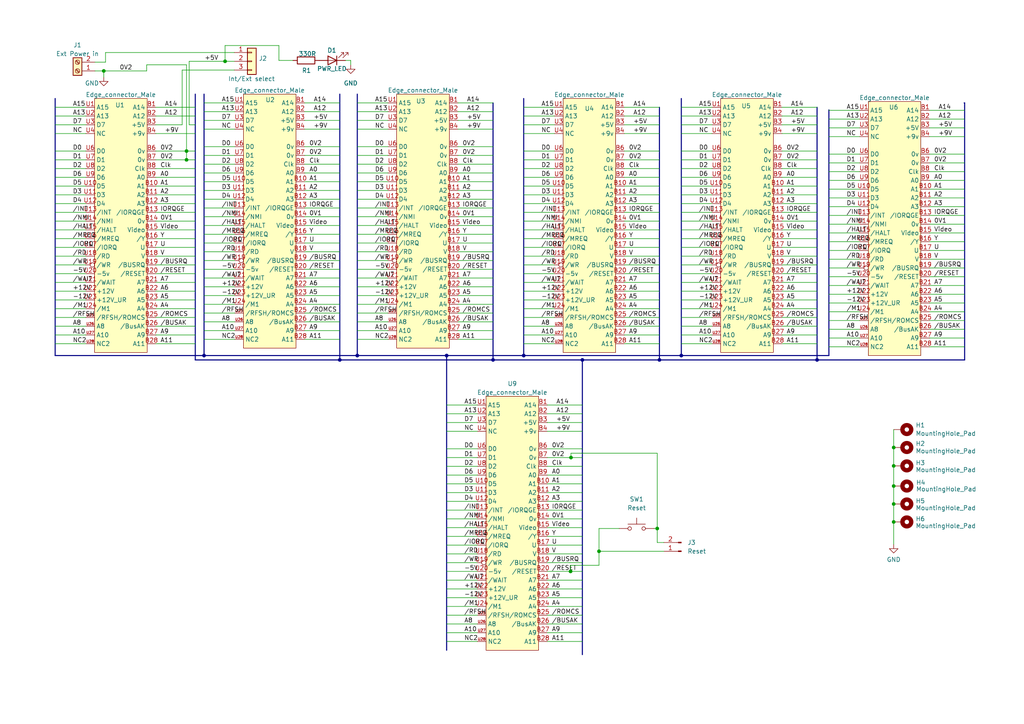
<source format=kicad_sch>
(kicad_sch (version 20211123) (generator eeschema)
  (paper "A4")
  (lib_symbols
    (symbol "Connector:Conn_01x02_Male" (pin_names (offset 1.016) hide)
      (property "Reference" "J" (at 0 2.54 0))
      (property "Value" "Conn_01x02_Male" (at 0 -5.08 0))
      (symbol "Conn_01x02_Male_1_1"
        (pin passive line (at 5.08 0 180) (length 3.81) (name "Pin_1") (number "1"))
        (pin passive line (at 5.08 -2.54 180) (length 3.81) (name "Pin_2") (number "2"))
      )
    )
    (symbol "Connector:Screw_Terminal_01x02" (pin_names (offset 1.016) hide)
      (property "Reference" "J" (at 0 2.54 0))
      (property "Value" "Screw_Terminal_01x02" (at 0 -5.08 0))
      (symbol "Screw_Terminal_01x02_1_1"
        (pin passive line (at -5.08 0 0) (length 3.81) (name "Pin_1") (number "1"))
        (pin passive line (at -5.08 -2.54 0) (length 3.81) (name "Pin_2") (number "2"))
      )
    )
    (symbol "Connector_Generic:Conn_01x03" (pin_names (offset 1.016) hide)
      (property "Reference" "J" (at 0 5.08 0))
      (property "Value" "Conn_01x03" (at 0 -5.08 0))
      (symbol "Conn_01x03_1_1"
        (pin passive line (at -5.08 2.54 0) (length 3.81) (name "Pin_1") (number "1"))
        (pin passive line (at -5.08 0 0) (length 3.81) (name "Pin_2") (number "2"))
        (pin passive line (at -5.08 -2.54 0) (length 3.81) (name "Pin_3") (number "3"))
      )
    )
    (symbol "Device:LED" (pin_numbers hide) (pin_names (offset 1.016) hide)
      (property "Reference" "D" (at 0 2.54 0))
      (property "Value" "LED" (at 0 -2.54 0))
      (symbol "LED_1_1"
        (pin passive line (at -3.81 0 0) (length 2.54) (name "K") (number "1"))
        (pin passive line (at 3.81 0 180) (length 2.54) (name "A") (number "2"))
      )
    )
    (symbol "Device:R" (pin_numbers hide) (pin_names (offset 0))
      (property "Reference" "R" (at 2.032 0 90))
      (property "Value" "R" (at 0 0 90))
      (symbol "R_1_1"
        (pin passive line (at 0 3.81 270) (length 1.27) (name "~") (number "1"))
        (pin passive line (at 0 -3.81 90) (length 1.27) (name "~") (number "2"))
      )
    )
    (symbol "Mechanical:MountingHole_Pad" (pin_numbers hide) (pin_names (offset 1.016) hide)
      (property "Reference" "H" (at 0 6.35 0))
      (property "Value" "MountingHole_Pad" (at 0 4.445 0))
      (symbol "MountingHole_Pad_1_1"
        (pin input line (at 0 -2.54 90) (length 2.54) (name "1") (number "1"))
      )
    )
    (symbol "Speccy:Edge_connector_Male"
      (property "Reference" "U" (at -5.08 25.4 0))
      (property "Value" "Edge_connector_Male" (at -2.54 -38.1 0))
      (symbol "Edge_connector_Male_1_1"
        (pin bidirectional line (at 7.62 35.56 180) (length 2.54) (name "A14") (number "B1"))
        (pin bidirectional line (at 7.62 12.7 180) (length 2.54) (name "A1") (number "B10"))
        (pin bidirectional line (at 7.62 10.16 180) (length 2.54) (name "A2") (number "B11"))
        (pin bidirectional line (at 7.62 7.62 180) (length 2.54) (name "A3") (number "B12"))
        (pin bidirectional line (at 7.62 5.08 180) (length 2.54) (name "/IORQGE") (number "B13"))
        (pin bidirectional line (at 7.62 2.54 180) (length 2.54) (name "0v") (number "B14"))
        (pin bidirectional line (at 7.62 0 180) (length 2.54) (name "Video") (number "B15"))
        (pin bidirectional line (at 7.62 -2.54 180) (length 2.54) (name "/Y") (number "B16"))
        (pin bidirectional line (at 7.62 -5.08 180) (length 2.54) (name "U") (number "B17"))
        (pin bidirectional line (at 7.62 -7.62 180) (length 2.54) (name "V") (number "B18"))
        (pin bidirectional line (at 7.62 -10.16 180) (length 2.54) (name "/BUSRQ") (number "B19"))
        (pin bidirectional line (at 7.62 33.02 180) (length 2.54) (name "A12") (number "B2"))
        (pin bidirectional line (at 7.62 -12.7 180) (length 2.54) (name "/RESET") (number "B20"))
        (pin bidirectional line (at 7.62 -15.24 180) (length 2.54) (name "A7") (number "B21"))
        (pin tri_state line (at 7.62 -17.78 180) (length 2.54) (name "A6") (number "B22"))
        (pin bidirectional line (at 7.62 -20.32 180) (length 2.54) (name "A5") (number "B23"))
        (pin bidirectional line (at 7.62 -22.86 180) (length 2.54) (name "A4") (number "B24"))
        (pin bidirectional line (at 7.62 -25.4 180) (length 2.54) (name "/ROMCS") (number "B25"))
        (pin bidirectional line (at 7.62 -27.94 180) (length 2.54) (name "/BusAK") (number "B26"))
        (pin bidirectional line (at 7.62 -30.48 180) (length 2.54) (name "A9") (number "B27"))
        (pin bidirectional line (at 7.62 -33.02 180) (length 2.54) (name "A11") (number "B28"))
        (pin bidirectional line (at 7.62 30.48 180) (length 2.54) (name "+5V") (number "B3"))
        (pin bidirectional line (at 7.62 27.94 180) (length 2.54) (name "+9v") (number "B4"))
        (pin bidirectional line (at 7.62 22.86 180) (length 2.54) (name "0v") (number "B6"))
        (pin bidirectional line (at 7.62 20.32 180) (length 2.54) (name "0v") (number "B7"))
        (pin bidirectional line (at 7.62 17.78 180) (length 2.54) (name "Clk") (number "B8"))
        (pin bidirectional line (at 7.62 15.24 180) (length 2.54) (name "A0") (number "B9"))
        (pin bidirectional line (at -12.7 35.56 0) (length 2.54) (name "A15") (number "U1"))
        (pin bidirectional line (at -12.7 12.7 0) (length 2.54) (name "D5") (number "U10"))
        (pin bidirectional line (at -12.7 10.16 0) (length 2.54) (name "D3") (number "U11"))
        (pin bidirectional line (at -12.7 7.62 0) (length 2.54) (name "D4") (number "U12"))
        (pin bidirectional line (at -12.7 5.08 0) (length 2.54) (name "/INT") (number "U13"))
        (pin bidirectional line (at -12.7 2.54 0) (length 2.54) (name "/NMI") (number "U14"))
        (pin bidirectional line (at -12.7 0 0) (length 2.54) (name "/HALT") (number "U15"))
        (pin bidirectional line (at -12.7 -2.54 0) (length 2.54) (name "/MREQ") (number "U16"))
        (pin bidirectional line (at -12.7 -5.08 0) (length 2.54) (name "/IORQ") (number "U17"))
        (pin tri_state line (at -12.7 -7.62 0) (length 2.54) (name "/RD") (number "U18"))
        (pin bidirectional inverted (at -12.7 -10.16 0) (length 2.54) (name "/WR") (number "U19"))
        (pin bidirectional line (at -12.7 33.02 0) (length 2.54) (name "A13") (number "U2"))
        (pin bidirectional line (at -12.7 -12.7 0) (length 2.54) (name "-5v") (number "U20"))
        (pin bidirectional line (at -12.7 -15.24 0) (length 2.54) (name "/WAIT") (number "U21"))
        (pin bidirectional line (at -12.7 -17.78 0) (length 2.54) (name "+12V") (number "U22"))
        (pin bidirectional line (at -12.7 -20.32 0) (length 2.54) (name "+12V_UR") (number "U23"))
        (pin bidirectional line (at -12.7 -22.86 0) (length 2.54) (name "/M1") (number "U24"))
        (pin bidirectional line (at -12.7 -25.4 0) (length 2.54) (name "/RFSH") (number "U25"))
        (pin bidirectional line (at -12.7 -27.94 0) (length 2.54) (name "A8") (number "U26"))
        (pin bidirectional line (at -12.7 -30.48 0) (length 2.54) (name "A10") (number "U27"))
        (pin bidirectional line (at -12.7 -33.02 0) (length 2.54) (name "NC2") (number "U28"))
        (pin bidirectional line (at -12.7 30.48 0) (length 2.54) (name "D7") (number "U3"))
        (pin bidirectional line (at -12.7 27.94 0) (length 2.54) (name "NC") (number "U4"))
        (pin bidirectional line (at -12.7 22.86 0) (length 2.54) (name "D0") (number "U6"))
        (pin bidirectional line (at -12.7 20.32 0) (length 2.54) (name "D1") (number "U7"))
        (pin bidirectional line (at -12.7 17.78 0) (length 2.54) (name "D2") (number "U8"))
        (pin bidirectional line (at -12.7 15.24 0) (length 2.54) (name "D6") (number "U9"))
      )
    )
    (symbol "Switch:SW_Push" (pin_numbers hide) (pin_names (offset 1.016) hide)
      (property "Reference" "SW" (at 1.27 2.54 0))
      (property "Value" "SW_Push" (at 0 -1.524 0))
      (symbol "SW_Push_0_1"
        (pin passive line (at -5.08 0 0) (length 2.54) (name "1") (number "1"))
        (pin passive line (at 5.08 0 180) (length 2.54) (name "2") (number "2"))
      )
    )
    (symbol "power:GND" (power) (pin_names (offset 0))
      (property "Value" "GND" (at 0 -3.81 0))
      (symbol "GND_1_1"
        (pin power_in line (at 0 0 270) (length 0) hide (name "GND") (number "1"))
      )
    )
  )
  (junction (at 129.54 103.124))
  (junction (at 165.608 132.715))
  (junction (at 165.481 165.735))
  (junction (at 173.736 159.893))
  (junction (at 59.182 103.124))
  (junction (at 197.612 103.124))
  (junction (at 151.892 103.124))
  (junction (at 103.632 103.124))
  (junction (at 30.099 20.574))
  (junction (at 259.207 129.794))
  (junction (at 259.207 135.128))
  (junction (at 259.207 146.177))
  (junction (at 259.207 140.97))
  (junction (at 259.207 151.384))
  (junction (at 65.278 17.78))
  (junction (at 54.102 46.355))
  (junction (at 190.627 153.289))
  (junction (at 54.102 43.815))
  (junction (at 191.262 104.394))
  (junction (at 98.552 104.394))
  (junction (at 143.002 104.394))
  (junction (at 236.982 104.394))
  (junction (at 168.91 104.394))
  (wire (pts (xy 129.54 135.255) (xy 138.43 135.255)))
  (wire (pts (xy 59.182 85.725) (xy 68.072 85.725)))
  (wire (pts (xy 103.632 45.085) (xy 112.522 45.085)))
  (wire (pts (xy 129.54 163.195) (xy 138.43 163.195)))
  (wire (pts (xy 173.736 159.893) (xy 173.736 153.289)))
  (wire (pts (xy 173.736 159.893) (xy 192.532 159.893)))
  (wire (pts (xy 259.207 146.177) (xy 259.207 151.384)))
  (wire (pts (xy 45.212 66.675) (xy 56.642 66.675)))
  (wire (pts (xy 16.002 99.695) (xy 24.892 99.695)))
  (wire (pts (xy 240.411 80.264) (xy 249.301 80.264)))
  (wire (pts (xy 30.607 15.24) (xy 30.607 18.034)))
  (wire (pts (xy 226.822 69.215) (xy 236.982 69.215)))
  (wire (pts (xy 54.864 17.78) (xy 54.864 36.195)))
  (wire (pts (xy 129.54 175.895) (xy 138.43 175.895)))
  (wire (pts (xy 269.621 34.544) (xy 279.781 34.544)))
  (wire (pts (xy 269.621 39.624) (xy 279.781 39.624)))
  (wire (pts (xy 181.102 84.455) (xy 191.262 84.455)))
  (wire (pts (xy 16.002 74.295) (xy 24.892 74.295)))
  (wire (pts (xy 59.182 98.425) (xy 68.072 98.425)))
  (wire (pts (xy 197.612 79.375) (xy 206.502 79.375)))
  (wire (pts (xy 129.54 125.095) (xy 138.43 125.095)))
  (wire (pts (xy 132.842 67.945) (xy 143.002 67.945)))
  (wire (pts (xy 165.608 131.445) (xy 190.627 131.445)))
  (wire (pts (xy 190.627 131.445) (xy 190.627 153.289)))
  (bus (pts (xy 143.002 104.394) (xy 168.91 104.394)))
  (wire (pts (xy 181.102 48.895) (xy 191.262 48.895)))
  (wire (pts (xy 132.842 62.865) (xy 143.002 62.865)))
  (wire (pts (xy 269.621 44.704) (xy 279.781 44.704)))
  (wire (pts (xy 226.822 74.295) (xy 236.982 74.295)))
  (wire (pts (xy 88.392 85.725) (xy 98.552 85.725)))
  (bus (pts (xy 56.642 104.394) (xy 98.552 104.394)))
  (wire (pts (xy 181.102 61.595) (xy 191.262 61.595)))
  (wire (pts (xy 59.182 37.465) (xy 68.072 37.465)))
  (wire (pts (xy 158.75 186.055) (xy 168.91 186.055)))
  (wire (pts (xy 240.411 59.944) (xy 249.301 59.944)))
  (wire (pts (xy 103.632 98.425) (xy 112.522 98.425)))
  (wire (pts (xy 103.632 90.805) (xy 112.522 90.805)))
  (wire (pts (xy 197.612 92.075) (xy 206.502 92.075)))
  (wire (pts (xy 45.212 36.195) (xy 52.832 36.195)))
  (wire (pts (xy 88.392 57.785) (xy 98.552 57.785)))
  (wire (pts (xy 16.002 31.115) (xy 24.892 31.115)))
  (wire (pts (xy 240.411 52.324) (xy 249.301 52.324)))
  (wire (pts (xy 129.54 147.955) (xy 138.43 147.955)))
  (wire (pts (xy 59.182 80.645) (xy 68.072 80.645)))
  (wire (pts (xy 45.212 69.215) (xy 56.642 69.215)))
  (wire (pts (xy 158.75 175.895) (xy 168.91 175.895)))
  (wire (pts (xy 129.54 155.575) (xy 138.43 155.575)))
  (wire (pts (xy 88.392 75.565) (xy 98.552 75.565)))
  (wire (pts (xy 269.621 59.944) (xy 279.781 59.944)))
  (wire (pts (xy 181.102 53.975) (xy 191.262 53.975)))
  (wire (pts (xy 226.822 31.115) (xy 236.982 31.115)))
  (wire (pts (xy 269.621 47.244) (xy 279.781 47.244)))
  (bus (pts (xy 129.54 103.124) (xy 129.54 188.595)))
  (bus (pts (xy 236.982 104.394) (xy 279.781 104.394)))
  (wire (pts (xy 197.612 97.155) (xy 206.502 97.155)))
  (wire (pts (xy 151.892 51.435) (xy 160.782 51.435)))
  (wire (pts (xy 151.892 74.295) (xy 160.782 74.295)))
  (wire (pts (xy 59.182 88.265) (xy 68.072 88.265)))
  (wire (pts (xy 88.392 29.845) (xy 98.552 29.845)))
  (wire (pts (xy 30.099 20.574) (xy 27.559 20.574)))
  (wire (pts (xy 88.392 62.865) (xy 98.552 62.865)))
  (wire (pts (xy 151.892 79.375) (xy 160.782 79.375)))
  (wire (pts (xy 240.411 49.784) (xy 249.301 49.784)))
  (wire (pts (xy 240.411 65.024) (xy 249.301 65.024)))
  (wire (pts (xy 158.75 165.735) (xy 165.481 165.735)))
  (wire (pts (xy 240.411 85.344) (xy 249.301 85.344)))
  (bus (pts (xy 151.892 103.124) (xy 197.612 103.124)))
  (wire (pts (xy 151.892 43.815) (xy 160.782 43.815)))
  (wire (pts (xy 59.182 60.325) (xy 68.072 60.325)))
  (wire (pts (xy 240.411 72.644) (xy 249.301 72.644)))
  (wire (pts (xy 132.842 85.725) (xy 143.002 85.725)))
  (wire (pts (xy 59.182 29.845) (xy 68.072 29.845)))
  (wire (pts (xy 103.632 70.485) (xy 112.522 70.485)))
  (wire (pts (xy 88.392 32.385) (xy 98.552 32.385)))
  (wire (pts (xy 151.892 92.075) (xy 160.782 92.075)))
  (wire (pts (xy 132.842 78.105) (xy 143.002 78.105)))
  (wire (pts (xy 129.54 117.475) (xy 138.43 117.475)))
  (wire (pts (xy 88.392 52.705) (xy 98.552 52.705)))
  (wire (pts (xy 103.632 37.465) (xy 112.522 37.465)))
  (wire (pts (xy 226.822 97.155) (xy 236.982 97.155)))
  (wire (pts (xy 129.54 165.735) (xy 138.43 165.735)))
  (wire (pts (xy 158.75 153.035) (xy 168.91 153.035)))
  (wire (pts (xy 45.212 74.295) (xy 56.642 74.295)))
  (wire (pts (xy 54.102 46.355) (xy 54.102 43.815)))
  (wire (pts (xy 45.212 59.055) (xy 56.642 59.055)))
  (wire (pts (xy 269.621 95.504) (xy 279.781 95.504)))
  (wire (pts (xy 269.621 80.264) (xy 279.781 80.264)))
  (wire (pts (xy 45.212 48.895) (xy 56.642 48.895)))
  (wire (pts (xy 197.612 46.355) (xy 206.502 46.355)))
  (wire (pts (xy 158.75 135.255) (xy 168.91 135.255)))
  (wire (pts (xy 181.102 51.435) (xy 191.262 51.435)))
  (wire (pts (xy 226.822 99.695) (xy 236.982 99.695)))
  (wire (pts (xy 132.842 50.165) (xy 143.002 50.165)))
  (wire (pts (xy 226.822 51.435) (xy 236.982 51.435)))
  (wire (pts (xy 132.842 55.245) (xy 143.002 55.245)))
  (wire (pts (xy 190.627 153.289) (xy 189.738 153.289)))
  (wire (pts (xy 151.892 59.055) (xy 160.782 59.055)))
  (bus (pts (xy 151.892 28.575) (xy 151.892 103.124)))
  (wire (pts (xy 129.54 180.975) (xy 138.43 180.975)))
  (wire (pts (xy 165.608 132.715) (xy 165.608 131.445)))
  (wire (pts (xy 181.102 66.675) (xy 191.262 66.675)))
  (wire (pts (xy 158.75 183.515) (xy 168.91 183.515)))
  (wire (pts (xy 132.842 95.885) (xy 143.002 95.885)))
  (wire (pts (xy 240.411 75.184) (xy 249.301 75.184)))
  (wire (pts (xy 226.822 38.735) (xy 236.982 38.735)))
  (wire (pts (xy 129.54 130.175) (xy 138.43 130.175)))
  (wire (pts (xy 269.621 77.724) (xy 279.781 77.724)))
  (wire (pts (xy 88.392 88.265) (xy 98.552 88.265)))
  (wire (pts (xy 88.392 78.105) (xy 98.552 78.105)))
  (wire (pts (xy 197.612 38.735) (xy 206.502 38.735)))
  (wire (pts (xy 16.002 66.675) (xy 24.892 66.675)))
  (wire (pts (xy 59.182 50.165) (xy 68.072 50.165)))
  (wire (pts (xy 59.182 78.105) (xy 68.072 78.105)))
  (wire (pts (xy 240.411 87.884) (xy 249.301 87.884)))
  (wire (pts (xy 16.002 64.135) (xy 24.892 64.135)))
  (wire (pts (xy 45.212 92.075) (xy 56.642 92.075)))
  (wire (pts (xy 226.822 94.615) (xy 236.982 94.615)))
  (wire (pts (xy 45.212 97.155) (xy 56.642 97.155)))
  (wire (pts (xy 158.75 125.095) (xy 168.91 125.095)))
  (wire (pts (xy 16.002 59.055) (xy 24.892 59.055)))
  (wire (pts (xy 103.632 55.245) (xy 112.522 55.245)))
  (wire (pts (xy 103.632 29.845) (xy 112.522 29.845)))
  (wire (pts (xy 240.411 90.424) (xy 249.301 90.424)))
  (bus (pts (xy 191.262 104.394) (xy 236.982 104.394)))
  (wire (pts (xy 88.392 42.545) (xy 98.552 42.545)))
  (wire (pts (xy 181.102 64.135) (xy 191.262 64.135)))
  (wire (pts (xy 226.822 89.535) (xy 236.982 89.535)))
  (wire (pts (xy 259.207 135.128) (xy 259.207 140.97)))
  (wire (pts (xy 259.207 151.384) (xy 259.207 157.861)))
  (bus (pts (xy 98.552 27.305) (xy 98.552 104.394)))
  (wire (pts (xy 16.002 97.155) (xy 24.892 97.155)))
  (wire (pts (xy 151.892 97.155) (xy 160.782 97.155)))
  (wire (pts (xy 54.102 18.796) (xy 54.102 43.815)))
  (wire (pts (xy 226.822 79.375) (xy 236.982 79.375)))
  (wire (pts (xy 45.212 79.375) (xy 56.642 79.375)))
  (wire (pts (xy 129.54 158.115) (xy 138.43 158.115)))
  (wire (pts (xy 16.002 69.215) (xy 24.892 69.215)))
  (wire (pts (xy 181.102 92.075) (xy 191.262 92.075)))
  (wire (pts (xy 45.212 84.455) (xy 56.642 84.455)))
  (wire (pts (xy 269.621 90.424) (xy 279.781 90.424)))
  (wire (pts (xy 129.54 183.515) (xy 138.43 183.515)))
  (bus (pts (xy 279.781 29.845) (xy 279.781 104.394)))
  (wire (pts (xy 240.411 82.804) (xy 249.301 82.804)))
  (wire (pts (xy 158.75 173.355) (xy 168.91 173.355)))
  (wire (pts (xy 269.621 72.644) (xy 279.781 72.644)))
  (wire (pts (xy 45.212 71.755) (xy 56.642 71.755)))
  (wire (pts (xy 129.54 140.335) (xy 138.43 140.335)))
  (wire (pts (xy 269.621 87.884) (xy 279.781 87.884)))
  (wire (pts (xy 88.392 95.885) (xy 98.552 95.885)))
  (wire (pts (xy 158.75 117.475) (xy 168.91 117.475)))
  (wire (pts (xy 151.892 84.455) (xy 160.782 84.455)))
  (wire (pts (xy 16.002 51.435) (xy 24.892 51.435)))
  (bus (pts (xy 103.632 103.124) (xy 129.54 103.124)))
  (bus (pts (xy 197.612 28.575) (xy 197.612 103.124)))
  (wire (pts (xy 197.612 48.895) (xy 206.502 48.895)))
  (wire (pts (xy 197.612 36.195) (xy 206.502 36.195)))
  (wire (pts (xy 16.002 76.835) (xy 24.892 76.835)))
  (wire (pts (xy 240.411 54.864) (xy 249.301 54.864)))
  (wire (pts (xy 181.102 76.835) (xy 191.262 76.835)))
  (wire (pts (xy 151.892 66.675) (xy 160.782 66.675)))
  (wire (pts (xy 181.102 56.515) (xy 191.262 56.515)))
  (wire (pts (xy 240.411 32.004) (xy 249.301 32.004)))
  (bus (pts (xy 16.002 28.575) (xy 16.002 103.124)))
  (wire (pts (xy 59.182 52.705) (xy 68.072 52.705)))
  (wire (pts (xy 16.002 61.595) (xy 24.892 61.595)))
  (wire (pts (xy 269.621 67.564) (xy 279.781 67.564)))
  (wire (pts (xy 132.842 57.785) (xy 143.002 57.785)))
  (wire (pts (xy 16.002 48.895) (xy 24.892 48.895)))
  (wire (pts (xy 16.002 33.655) (xy 24.892 33.655)))
  (wire (pts (xy 226.822 46.355) (xy 236.982 46.355)))
  (wire (pts (xy 165.481 165.735) (xy 168.91 165.735)))
  (wire (pts (xy 181.102 97.155) (xy 191.262 97.155)))
  (wire (pts (xy 181.102 69.215) (xy 191.262 69.215)))
  (wire (pts (xy 197.612 51.435) (xy 206.502 51.435)))
  (wire (pts (xy 16.002 89.535) (xy 24.892 89.535)))
  (wire (pts (xy 226.822 43.815) (xy 236.982 43.815)))
  (wire (pts (xy 240.411 57.404) (xy 249.301 57.404)))
  (wire (pts (xy 226.822 64.135) (xy 236.982 64.135)))
  (bus (pts (xy 56.642 27.305) (xy 56.642 104.394)))
  (wire (pts (xy 240.411 77.724) (xy 249.301 77.724)))
  (wire (pts (xy 269.621 57.404) (xy 279.781 57.404)))
  (wire (pts (xy 181.102 46.355) (xy 191.262 46.355)))
  (wire (pts (xy 88.392 50.165) (xy 98.552 50.165)))
  (wire (pts (xy 132.842 42.545) (xy 143.002 42.545)))
  (wire (pts (xy 129.54 160.655) (xy 138.43 160.655)))
  (wire (pts (xy 226.822 76.835) (xy 236.982 76.835)))
  (wire (pts (xy 151.892 76.835) (xy 160.782 76.835)))
  (wire (pts (xy 197.612 86.995) (xy 206.502 86.995)))
  (wire (pts (xy 158.75 120.015) (xy 168.91 120.015)))
  (bus (pts (xy 59.182 103.124) (xy 103.632 103.124)))
  (wire (pts (xy 240.411 67.564) (xy 249.301 67.564)))
  (wire (pts (xy 88.392 55.245) (xy 98.552 55.245)))
  (wire (pts (xy 158.75 137.795) (xy 168.91 137.795)))
  (wire (pts (xy 197.612 89.535) (xy 206.502 89.535)))
  (wire (pts (xy 197.612 53.975) (xy 206.502 53.975)))
  (wire (pts (xy 27.559 18.034) (xy 30.607 18.034)))
  (wire (pts (xy 181.102 74.295) (xy 191.262 74.295)))
  (wire (pts (xy 259.207 140.97) (xy 259.207 146.177)))
  (wire (pts (xy 132.842 70.485) (xy 143.002 70.485)))
  (wire (pts (xy 269.621 98.044) (xy 279.781 98.044)))
  (wire (pts (xy 59.182 34.925) (xy 68.072 34.925)))
  (wire (pts (xy 59.182 47.625) (xy 68.072 47.625)))
  (wire (pts (xy 197.612 94.615) (xy 206.502 94.615)))
  (wire (pts (xy 103.632 65.405) (xy 112.522 65.405)))
  (wire (pts (xy 103.632 34.925) (xy 112.522 34.925)))
  (bus (pts (xy 59.182 27.305) (xy 59.182 103.124)))
  (wire (pts (xy 88.392 80.645) (xy 98.552 80.645)))
  (wire (pts (xy 59.182 42.545) (xy 68.072 42.545)))
  (wire (pts (xy 259.207 124.587) (xy 259.207 129.794)))
  (wire (pts (xy 16.002 43.815) (xy 24.892 43.815)))
  (bus (pts (xy 279.654 29.845) (xy 279.781 29.845)))
  (wire (pts (xy 269.621 49.784) (xy 279.781 49.784)))
  (wire (pts (xy 54.102 18.796) (xy 42.545 18.796)))
  (wire (pts (xy 54.864 17.78) (xy 65.278 17.78)))
  (wire (pts (xy 197.612 81.915) (xy 206.502 81.915)))
  (wire (pts (xy 151.892 86.995) (xy 160.782 86.995)))
  (wire (pts (xy 45.212 94.615) (xy 56.642 94.615)))
  (wire (pts (xy 158.75 178.435) (xy 168.91 178.435)))
  (wire (pts (xy 197.612 59.055) (xy 206.502 59.055)))
  (wire (pts (xy 240.411 100.584) (xy 249.301 100.584)))
  (wire (pts (xy 54.102 43.815) (xy 56.642 43.815)))
  (wire (pts (xy 103.632 62.865) (xy 112.522 62.865)))
  (wire (pts (xy 151.892 53.975) (xy 160.782 53.975)))
  (wire (pts (xy 269.621 92.964) (xy 279.781 92.964)))
  (wire (pts (xy 151.892 46.355) (xy 160.782 46.355)))
  (wire (pts (xy 240.411 98.044) (xy 249.301 98.044)))
  (wire (pts (xy 65.278 13.208) (xy 65.278 17.78)))
  (wire (pts (xy 88.392 65.405) (xy 98.552 65.405)))
  (wire (pts (xy 151.892 56.515) (xy 160.782 56.515)))
  (wire (pts (xy 103.632 83.185) (xy 112.522 83.185)))
  (wire (pts (xy 181.102 31.115) (xy 191.262 31.115)))
  (wire (pts (xy 240.411 37.084) (xy 249.301 37.084)))
  (wire (pts (xy 88.392 34.925) (xy 98.552 34.925)))
  (wire (pts (xy 59.182 67.945) (xy 68.072 67.945)))
  (wire (pts (xy 129.54 173.355) (xy 138.43 173.355)))
  (wire (pts (xy 16.002 56.515) (xy 24.892 56.515)))
  (wire (pts (xy 80.899 17.526) (xy 80.899 13.208)))
  (wire (pts (xy 181.102 71.755) (xy 191.262 71.755)))
  (wire (pts (xy 226.822 86.995) (xy 236.982 86.995)))
  (wire (pts (xy 173.736 153.289) (xy 179.578 153.289)))
  (wire (pts (xy 88.392 37.465) (xy 98.552 37.465)))
  (bus (pts (xy 143.002 29.845) (xy 143.002 104.394)))
  (wire (pts (xy 54.102 46.355) (xy 56.642 46.355)))
  (wire (pts (xy 103.632 88.265) (xy 112.522 88.265)))
  (wire (pts (xy 129.54 153.035) (xy 138.43 153.035)))
  (wire (pts (xy 59.182 32.385) (xy 68.072 32.385)))
  (wire (pts (xy 30.099 22.352) (xy 30.099 20.574)))
  (bus (pts (xy 103.632 27.305) (xy 103.632 103.124)))
  (wire (pts (xy 45.212 61.595) (xy 56.642 61.595)))
  (wire (pts (xy 158.75 145.415) (xy 168.91 145.415)))
  (wire (pts (xy 197.612 56.515) (xy 206.502 56.515)))
  (wire (pts (xy 151.892 99.695) (xy 160.782 99.695)))
  (wire (pts (xy 129.54 168.275) (xy 138.43 168.275)))
  (wire (pts (xy 151.892 71.755) (xy 160.782 71.755)))
  (wire (pts (xy 269.621 100.584) (xy 279.781 100.584)))
  (bus (pts (xy 168.91 104.394) (xy 168.91 189.865)))
  (wire (pts (xy 88.392 45.085) (xy 98.552 45.085)))
  (wire (pts (xy 88.392 60.325) (xy 98.552 60.325)))
  (wire (pts (xy 181.102 59.055) (xy 191.262 59.055)))
  (wire (pts (xy 16.002 53.975) (xy 24.892 53.975)))
  (wire (pts (xy 132.842 90.805) (xy 143.002 90.805)))
  (wire (pts (xy 197.612 33.655) (xy 206.502 33.655)))
  (wire (pts (xy 151.892 61.595) (xy 160.782 61.595)))
  (wire (pts (xy 103.632 50.165) (xy 112.522 50.165)))
  (wire (pts (xy 45.212 43.815) (xy 54.102 43.815)))
  (wire (pts (xy 45.212 31.115) (xy 56.642 31.115)))
  (wire (pts (xy 158.75 158.115) (xy 168.91 158.115)))
  (wire (pts (xy 173.736 163.957) (xy 173.736 159.893)))
  (wire (pts (xy 132.842 93.345) (xy 143.002 93.345)))
  (wire (pts (xy 45.212 38.735) (xy 56.642 38.735)))
  (wire (pts (xy 132.842 47.625) (xy 143.002 47.625)))
  (wire (pts (xy 16.002 86.995) (xy 24.892 86.995)))
  (wire (pts (xy 181.102 86.995) (xy 191.262 86.995)))
  (wire (pts (xy 151.892 48.895) (xy 160.782 48.895)))
  (wire (pts (xy 132.842 83.185) (xy 143.002 83.185)))
  (wire (pts (xy 59.182 83.185) (xy 68.072 83.185)))
  (wire (pts (xy 158.75 163.195) (xy 168.91 163.195)))
  (wire (pts (xy 132.842 60.325) (xy 143.002 60.325)))
  (wire (pts (xy 129.54 170.815) (xy 138.43 170.815)))
  (wire (pts (xy 151.892 33.655) (xy 160.782 33.655)))
  (wire (pts (xy 88.392 73.025) (xy 98.552 73.025)))
  (bus (pts (xy 197.612 103.124) (xy 240.411 103.124)))
  (wire (pts (xy 16.002 38.735) (xy 24.892 38.735)))
  (wire (pts (xy 269.621 82.804) (xy 279.781 82.804)))
  (wire (pts (xy 59.182 70.485) (xy 68.072 70.485)))
  (wire (pts (xy 181.102 81.915) (xy 191.262 81.915)))
  (wire (pts (xy 88.392 67.945) (xy 98.552 67.945)))
  (wire (pts (xy 226.822 33.655) (xy 236.982 33.655)))
  (wire (pts (xy 158.75 180.975) (xy 168.91 180.975)))
  (wire (pts (xy 158.75 155.575) (xy 168.91 155.575)))
  (wire (pts (xy 226.822 92.075) (xy 236.982 92.075)))
  (wire (pts (xy 132.842 52.705) (xy 143.002 52.705)))
  (wire (pts (xy 158.75 130.175) (xy 168.91 130.175)))
  (wire (pts (xy 103.632 75.565) (xy 112.522 75.565)))
  (wire (pts (xy 226.822 56.515) (xy 236.982 56.515)))
  (wire (pts (xy 151.892 69.215) (xy 160.782 69.215)))
  (wire (pts (xy 269.621 37.084) (xy 279.781 37.084)))
  (wire (pts (xy 129.54 122.555) (xy 138.43 122.555)))
  (wire (pts (xy 197.612 43.815) (xy 206.502 43.815)))
  (wire (pts (xy 259.207 129.794) (xy 259.207 135.128)))
  (wire (pts (xy 151.892 31.115) (xy 160.782 31.115)))
  (wire (pts (xy 158.75 160.655) (xy 168.91 160.655)))
  (wire (pts (xy 129.54 120.015) (xy 138.43 120.015)))
  (wire (pts (xy 59.182 93.345) (xy 68.072 93.345)))
  (wire (pts (xy 240.411 95.504) (xy 249.301 95.504)))
  (wire (pts (xy 181.102 79.375) (xy 191.262 79.375)))
  (wire (pts (xy 132.842 80.645) (xy 143.002 80.645)))
  (wire (pts (xy 59.182 55.245) (xy 68.072 55.245)))
  (wire (pts (xy 158.75 168.275) (xy 168.91 168.275)))
  (wire (pts (xy 59.182 57.785) (xy 68.072 57.785)))
  (wire (pts (xy 45.212 64.135) (xy 56.642 64.135)))
  (wire (pts (xy 16.002 71.755) (xy 24.892 71.755)))
  (wire (pts (xy 240.411 70.104) (xy 249.301 70.104)))
  (wire (pts (xy 226.822 59.055) (xy 236.982 59.055)))
  (wire (pts (xy 45.212 99.695) (xy 56.642 99.695)))
  (wire (pts (xy 132.842 32.385) (xy 143.002 32.385)))
  (wire (pts (xy 269.621 54.864) (xy 279.781 54.864)))
  (wire (pts (xy 80.899 13.208) (xy 65.278 13.208)))
  (wire (pts (xy 129.54 137.795) (xy 138.43 137.795)))
  (wire (pts (xy 59.182 90.805) (xy 68.072 90.805)))
  (wire (pts (xy 269.621 65.024) (xy 279.781 65.024)))
  (wire (pts (xy 151.892 64.135) (xy 160.782 64.135)))
  (wire (pts (xy 151.892 94.615) (xy 160.782 94.615)))
  (bus (pts (xy 168.91 104.394) (xy 191.262 104.394)))
  (wire (pts (xy 88.392 47.625) (xy 98.552 47.625)))
  (wire (pts (xy 158.75 147.955) (xy 168.91 147.955)))
  (wire (pts (xy 132.842 98.425) (xy 143.002 98.425)))
  (wire (pts (xy 16.002 92.075) (xy 24.892 92.075)))
  (wire (pts (xy 269.621 70.104) (xy 279.781 70.104)))
  (wire (pts (xy 45.212 46.355) (xy 54.102 46.355)))
  (wire (pts (xy 132.842 45.085) (xy 143.002 45.085)))
  (wire (pts (xy 103.632 85.725) (xy 112.522 85.725)))
  (wire (pts (xy 88.392 70.485) (xy 98.552 70.485)))
  (wire (pts (xy 103.632 95.885) (xy 112.522 95.885)))
  (wire (pts (xy 103.632 47.625) (xy 112.522 47.625)))
  (wire (pts (xy 181.102 94.615) (xy 191.262 94.615)))
  (wire (pts (xy 181.102 99.695) (xy 191.262 99.695)))
  (wire (pts (xy 181.102 43.815) (xy 191.262 43.815)))
  (wire (pts (xy 226.822 71.755) (xy 236.982 71.755)))
  (wire (pts (xy 151.892 81.915) (xy 160.782 81.915)))
  (wire (pts (xy 197.612 84.455) (xy 206.502 84.455)))
  (bus (pts (xy 240.411 31.877) (xy 240.411 103.124)))
  (wire (pts (xy 84.963 17.526) (xy 80.899 17.526)))
  (wire (pts (xy 67.945 15.24) (xy 30.607 15.24)))
  (wire (pts (xy 226.822 61.595) (xy 236.982 61.595)))
  (wire (pts (xy 59.182 95.885) (xy 68.072 95.885)))
  (wire (pts (xy 240.411 47.244) (xy 249.301 47.244)))
  (wire (pts (xy 226.822 81.915) (xy 236.982 81.915)))
  (wire (pts (xy 103.632 73.025) (xy 112.522 73.025)))
  (wire (pts (xy 165.481 163.957) (xy 173.736 163.957)))
  (bus (pts (xy 236.982 31.115) (xy 236.982 104.394)))
  (wire (pts (xy 132.842 65.405) (xy 143.002 65.405)))
  (wire (pts (xy 45.212 53.975) (xy 56.642 53.975)))
  (wire (pts (xy 45.212 33.655) (xy 56.642 33.655)))
  (wire (pts (xy 88.392 90.805) (xy 98.552 90.805)))
  (wire (pts (xy 240.411 62.484) (xy 249.301 62.484)))
  (wire (pts (xy 65.278 17.78) (xy 67.945 17.78)))
  (wire (pts (xy 42.545 18.796) (xy 42.545 20.574)))
  (wire (pts (xy 158.75 122.555) (xy 168.91 122.555)))
  (wire (pts (xy 129.54 132.715) (xy 138.43 132.715)))
  (wire (pts (xy 158.75 132.715) (xy 165.608 132.715)))
  (wire (pts (xy 240.411 34.544) (xy 249.301 34.544)))
  (wire (pts (xy 103.632 57.785) (xy 112.522 57.785)))
  (wire (pts (xy 103.632 52.705) (xy 112.522 52.705)))
  (wire (pts (xy 101.727 17.526) (xy 100.203 17.526)))
  (wire (pts (xy 45.212 89.535) (xy 56.642 89.535)))
  (bus (pts (xy 98.552 104.394) (xy 143.002 104.394)))
  (wire (pts (xy 181.102 36.195) (xy 191.262 36.195)))
  (wire (pts (xy 226.822 66.675) (xy 236.982 66.675)))
  (wire (pts (xy 197.612 61.595) (xy 206.502 61.595)))
  (wire (pts (xy 269.621 52.324) (xy 279.781 52.324)))
  (wire (pts (xy 59.182 73.025) (xy 68.072 73.025)))
  (wire (pts (xy 197.612 99.695) (xy 206.502 99.695)))
  (wire (pts (xy 226.822 48.895) (xy 236.982 48.895)))
  (wire (pts (xy 226.822 53.975) (xy 236.982 53.975)))
  (wire (pts (xy 190.627 157.353) (xy 190.627 153.289)))
  (wire (pts (xy 158.75 150.495) (xy 168.91 150.495)))
  (wire (pts (xy 181.102 89.535) (xy 191.262 89.535)))
  (wire (pts (xy 129.54 145.415) (xy 138.43 145.415)))
  (wire (pts (xy 103.632 42.545) (xy 112.522 42.545)))
  (wire (pts (xy 16.002 94.615) (xy 24.892 94.615)))
  (wire (pts (xy 226.822 84.455) (xy 236.982 84.455)))
  (wire (pts (xy 103.632 78.105) (xy 112.522 78.105)))
  (wire (pts (xy 129.54 186.055) (xy 138.43 186.055)))
  (wire (pts (xy 88.392 93.345) (xy 98.552 93.345)))
  (wire (pts (xy 30.099 20.574) (xy 42.545 20.574)))
  (wire (pts (xy 197.612 66.675) (xy 206.502 66.675)))
  (wire (pts (xy 165.481 165.735) (xy 165.481 163.957)))
  (wire (pts (xy 269.621 75.184) (xy 279.781 75.184)))
  (wire (pts (xy 59.182 75.565) (xy 68.072 75.565)))
  (wire (pts (xy 16.002 79.375) (xy 24.892 79.375)))
  (wire (pts (xy 52.832 20.32) (xy 52.832 36.195)))
  (wire (pts (xy 59.182 65.405) (xy 68.072 65.405)))
  (wire (pts (xy 16.002 46.355) (xy 24.892 46.355)))
  (wire (pts (xy 151.892 89.535) (xy 160.782 89.535)))
  (wire (pts (xy 103.632 67.945) (xy 112.522 67.945)))
  (wire (pts (xy 197.612 74.295) (xy 206.502 74.295)))
  (wire (pts (xy 54.864 36.195) (xy 56.642 36.195)))
  (wire (pts (xy 158.75 142.875) (xy 168.91 142.875)))
  (wire (pts (xy 132.842 73.025) (xy 143.002 73.025)))
  (wire (pts (xy 101.727 18.796) (xy 101.727 17.526)))
  (wire (pts (xy 165.608 132.715) (xy 168.91 132.715)))
  (wire (pts (xy 181.102 33.655) (xy 191.262 33.655)))
  (wire (pts (xy 269.621 85.344) (xy 279.781 85.344)))
  (wire (pts (xy 192.532 157.353) (xy 190.627 157.353)))
  (wire (pts (xy 103.632 32.385) (xy 112.522 32.385)))
  (wire (pts (xy 129.54 150.495) (xy 138.43 150.495)))
  (bus (pts (xy 129.54 103.124) (xy 151.892 103.124)))
  (wire (pts (xy 240.411 92.964) (xy 249.301 92.964)))
  (wire (pts (xy 88.392 98.425) (xy 98.552 98.425)))
  (wire (pts (xy 16.002 84.455) (xy 24.892 84.455)))
  (bus (pts (xy 191.262 31.115) (xy 191.262 104.394)))
  (wire (pts (xy 52.832 20.32) (xy 67.945 20.32)))
  (wire (pts (xy 151.892 38.735) (xy 160.782 38.735)))
  (wire (pts (xy 132.842 88.265) (xy 143.002 88.265)))
  (bus (pts (xy 16.002 103.124) (xy 59.182 103.124)))
  (wire (pts (xy 158.75 140.335) (xy 168.91 140.335)))
  (wire (pts (xy 226.822 36.195) (xy 236.982 36.195)))
  (wire (pts (xy 151.892 36.195) (xy 160.782 36.195)))
  (wire (pts (xy 129.54 178.435) (xy 138.43 178.435)))
  (wire (pts (xy 129.54 142.875) (xy 138.43 142.875)))
  (wire (pts (xy 59.182 45.085) (xy 68.072 45.085)))
  (wire (pts (xy 59.182 62.865) (xy 68.072 62.865)))
  (wire (pts (xy 16.002 81.915) (xy 24.892 81.915)))
  (wire (pts (xy 197.612 64.135) (xy 206.502 64.135)))
  (wire (pts (xy 45.212 81.915) (xy 56.642 81.915)))
  (wire (pts (xy 197.612 69.215) (xy 206.502 69.215)))
  (wire (pts (xy 181.102 38.735) (xy 191.262 38.735)))
  (wire (pts (xy 132.842 75.565) (xy 143.002 75.565)))
  (wire (pts (xy 45.212 56.515) (xy 56.642 56.515)))
  (wire (pts (xy 197.612 76.835) (xy 206.502 76.835)))
  (wire (pts (xy 103.632 60.325) (xy 112.522 60.325)))
  (wire (pts (xy 103.632 93.345) (xy 112.522 93.345)))
  (wire (pts (xy 197.612 71.755) (xy 206.502 71.755)))
  (wire (pts (xy 132.842 29.845) (xy 143.002 29.845)))
  (wire (pts (xy 132.842 34.925) (xy 143.002 34.925)))
  (wire (pts (xy 45.212 76.835) (xy 56.642 76.835)))
  (wire (pts (xy 45.212 86.995) (xy 56.642 86.995)))
  (wire (pts (xy 240.411 39.624) (xy 249.301 39.624)))
  (wire (pts (xy 45.212 51.435) (xy 56.642 51.435)))
  (wire (pts (xy 88.392 83.185) (xy 98.552 83.185)))
  (wire (pts (xy 269.621 62.484) (xy 279.781 62.484)))
  (wire (pts (xy 197.612 31.115) (xy 206.502 31.115)))
  (wire (pts (xy 103.632 80.645) (xy 112.522 80.645)))
  (wire (pts (xy 269.621 32.004) (xy 279.781 32.004)))
  (wire (pts (xy 240.411 44.704) (xy 249.301 44.704)))
  (wire (pts (xy 16.002 36.195) (xy 24.892 36.195)))
  (wire (pts (xy 158.75 170.815) (xy 168.91 170.815)))
  (wire (pts (xy 132.842 37.465) (xy 143.002 37.465)))
  (label "A12" (at 135.382 32.385 0))
  (label "-12V" (at 202.692 86.995 0))
  (label "A9" (at 46.482 97.155 0))
  (label "A6" (at 273.431 85.344 180))
  (label "A12" (at 272.161 34.544 0))
  (label "+5V" (at 135.382 34.925 0))
  (label "IORQGE" (at 270.891 62.484 0))
  (label "0V2" (at 134.112 42.545 0))
  (label "D6" (at 64.262 50.165 0))
  (label "V" (at 160.02 160.655 0))
  (label "-5V" (at 202.692 79.375 0))
  (label "{slash}BUSAK" (at 228.092 94.615 0))
  (label "A10" (at 21.082 97.155 0))
  (label "A1" (at 134.112 52.705 0))
  (label "A4" (at 89.662 88.265 0))
  (label "+12V" (at 108.712 83.185 0))
  (label "-12V" (at 156.972 86.995 0))
  (label "+9V" (at 272.161 39.624 0))
  (label "NC" (at 245.491 39.624 0))
  (label "Video" (at 89.662 65.405 0))
  (label "A10" (at 134.62 183.515 0))
  (label "IORQGE" (at 134.112 60.325 0))
  (label "{slash}MREQ" (at 202.692 69.215 0))
  (label "U" (at 228.092 71.755 0))
  (label "{slash}MREQ" (at 245.491 70.104 0))
  (label "+12V" (at 21.082 84.455 0))
  (label "D3" (at 156.972 56.515 0))
  (label "Clk" (at 182.372 48.895 0))
  (label "Y" (at 228.092 69.215 0))
  (label "{slash}RESET" (at 89.662 78.105 0))
  (label "{slash}BUSAK" (at 46.482 94.615 0))
  (label "-12V" (at 64.262 85.725 0))
  (label "V" (at 89.662 73.025 0))
  (label "0V1" (at 89.662 62.865 0))
  (label "A14" (at 135.382 29.845 0))
  (label "D2" (at 108.712 47.625 0))
  (label "{slash}NMI" (at 245.491 65.024 0))
  (label "V" (at 270.891 75.184 0))
  (label "D5" (at 21.082 53.975 0))
  (label "{slash}IORQ" (at 202.692 71.755 0))
  (label "A15" (at 202.692 31.115 0))
  (label "-12V" (at 108.712 85.725 0))
  (label "{slash}RD" (at 156.972 74.295 0))
  (label "D2" (at 156.972 48.895 0))
  (label "D5" (at 64.262 52.705 0))
  (label "{slash}RESET" (at 160.02 165.735 0))
  (label "D1" (at 21.082 46.355 0))
  (label "+9V" (at 47.752 38.735 0))
  (label "D0" (at 156.972 43.815 0))
  (label "D7" (at 64.262 34.925 0))
  (label "+5V" (at 59.309 17.78 0))
  (label "Video" (at 160.02 153.035 0))
  (label "A5" (at 270.891 87.884 0))
  (label "Video" (at 182.372 66.675 0))
  (label "{slash}M1" (at 202.692 89.535 0))
  (label "NC2" (at 21.082 99.695 0))
  (label "-5V" (at 64.262 78.105 0))
  (label "{slash}WAIT" (at 202.692 81.915 0))
  (label "A9" (at 270.891 98.044 0))
  (label "D0" (at 202.692 43.815 0))
  (label "A15" (at 64.262 29.845 0))
  (label "A2" (at 228.092 56.515 0))
  (label "A10" (at 156.972 97.155 0))
  (label "{slash}ROMCS" (at 89.662 90.805 0))
  (label "{slash}HALT" (at 108.712 65.405 0))
  (label "NC2" (at 134.62 186.055 0))
  (label "{slash}WR" (at 21.082 76.835 0))
  (label "+9V" (at 183.642 38.735 0))
  (label "+9V" (at 90.932 37.465 0))
  (label "0V1" (at 160.02 150.495 0))
  (label "A3" (at 89.662 57.785 0))
  (label "0V2" (at 46.482 43.815 0))
  (label "A9" (at 228.092 97.155 0))
  (label "D6" (at 21.082 51.435 0))
  (label "0V2" (at 182.372 46.355 0))
  (label "A5" (at 228.092 86.995 0))
  (label "NC" (at 202.692 38.735 0))
  (label "A2" (at 89.662 55.245 0))
  (label "{slash}M1" (at 108.712 88.265 0))
  (label "A2" (at 270.891 57.404 0))
  (label "NC2" (at 156.972 99.695 0))
  (label "{slash}RD" (at 202.692 74.295 0))
  (label "{slash}BUSRQ" (at 228.092 76.835 0))
  (label "A14" (at 183.642 31.115 0))
  (label "{slash}HALT" (at 134.62 153.035 0))
  (label "D7" (at 156.972 36.195 0))
  (label "D7" (at 108.712 34.925 0))
  (label "{slash}RESET" (at 182.372 79.375 0))
  (label "{slash}ROMCS" (at 160.02 178.435 0))
  (label "D0" (at 64.262 42.545 0))
  (label "-5V" (at 245.491 80.264 0))
  (label "A6" (at 46.482 84.455 0))
  (label "NC2" (at 108.712 98.425 0))
  (label "A13" (at 64.262 32.385 0))
  (label "U" (at 182.372 71.755 0))
  (label "NC2" (at 245.491 100.584 0))
  (label "+9V" (at 135.382 37.465 0))
  (label "{slash}ROMCS" (at 270.891 92.964 0))
  (label "A11" (at 134.112 98.425 0))
  (label "D4" (at 245.491 59.944 0))
  (label "A11" (at 182.372 99.695 0))
  (label "+12V" (at 64.262 83.185 0))
  (label "A7" (at 228.092 81.915 0))
  (label "A9" (at 182.372 97.155 0))
  (label "{slash}MREQ" (at 108.712 67.945 0))
  (label "{slash}BUSAK" (at 89.662 93.345 0))
  (label "D0" (at 21.082 43.815 0))
  (label "A3" (at 182.372 59.055 0))
  (label "{slash}WAIT" (at 134.62 168.275 0))
  (label "{slash}HALT" (at 202.692 66.675 0))
  (label "{slash}RESET" (at 134.112 78.105 0))
  (label "{slash}IORQ" (at 64.262 70.485 0))
  (label "D1" (at 134.62 132.715 0))
  (label "+5V" (at 161.29 122.555 0))
  (label "A4" (at 182.372 89.535 0))
  (label "A8" (at 64.262 93.345 0))
  (label "A15" (at 21.082 31.115 0))
  (label "A9" (at 160.02 183.515 0))
  (label "{slash}IORQ" (at 156.972 71.755 0))
  (label "Video" (at 228.092 66.675 0))
  (label "{slash}BUSRQ" (at 89.662 75.565 0))
  (label "IORQGE" (at 182.372 61.595 0))
  (label "{slash}MREQ" (at 21.082 69.215 0))
  (label "A1" (at 228.092 53.975 0))
  (label "A5" (at 182.372 86.995 0))
  (label "{slash}INT" (at 21.082 61.595 0))
  (label "{slash}BUSAK" (at 182.372 94.615 0))
  (label "{slash}WAIT" (at 156.972 81.915 0))
  (label "IORQGE" (at 89.662 60.325 0))
  (label "+9V" (at 229.362 38.735 0))
  (label "A8" (at 245.491 95.504 0))
  (label "Y" (at 160.02 155.575 0))
  (label "{slash}NMI" (at 134.62 150.495 0))
  (label "D5" (at 202.692 53.975 0))
  (label "A11" (at 160.02 186.055 0))
  (label "0V2" (at 228.092 46.355 0))
  (label "A13" (at 245.491 34.544 0))
  (label "NC" (at 156.972 38.735 0))
  (label "D5" (at 134.62 140.335 0))
  (label "D0" (at 108.712 42.545 0))
  (label "A13" (at 134.62 120.015 0))
  (label "{slash}IORQ" (at 134.62 158.115 0))
  (label "A12" (at 90.932 32.385 0))
  (label "{slash}WR" (at 108.712 75.565 0))
  (label "D5" (at 245.491 54.864 0))
  (label "D5" (at 156.972 53.975 0))
  (label "A8" (at 108.712 93.345 0))
  (label "{slash}INT" (at 156.972 61.595 0))
  (label "+5V" (at 272.161 37.084 0))
  (label "A8" (at 134.62 180.975 0))
  (label "{slash}RESET" (at 46.482 79.375 0))
  (label "{slash}HALT" (at 21.082 66.675 0))
  (label "{slash}INT" (at 134.62 147.955 0))
  (label "D7" (at 245.491 37.084 0))
  (label "Clk" (at 46.482 48.895 0))
  (label "{slash}IORQ" (at 108.712 70.485 0))
  (label "D2" (at 245.491 49.784 0))
  (label "D1" (at 202.692 46.355 0))
  (label "A11" (at 89.662 98.425 0))
  (label "U" (at 270.891 72.644 0))
  (label "0V1" (at 46.482 64.135 0))
  (label "A0" (at 270.891 52.324 0))
  (label "A13" (at 202.692 33.655 0))
  (label "A7" (at 89.662 80.645 0))
  (label "A4" (at 134.112 88.265 0))
  (label "{slash}INT" (at 64.262 60.325 0))
  (label "{slash}BUSRQ" (at 160.02 163.195 0))
  (label "A15" (at 108.712 29.845 0))
  (label "{slash}WR" (at 134.62 163.195 0))
  (label "A5" (at 134.112 85.725 0))
  (label "NC2" (at 202.692 99.695 0))
  (label "{slash}BUSRQ" (at 46.482 76.835 0))
  (label "-5V" (at 21.082 79.375 0))
  (label "{slash}M1" (at 64.262 88.265 0))
  (label "U" (at 89.662 70.485 0))
  (label "+12V" (at 156.972 84.455 0))
  (label "IORQGE" (at 46.482 61.595 0))
  (label "A14" (at 229.362 31.115 0))
  (label "{slash}WR" (at 156.972 76.835 0))
  (label "D4" (at 202.692 59.055 0))
  (label "U" (at 134.112 70.485 0))
  (label "Y" (at 270.891 70.104 0))
  (label "Y" (at 89.662 67.945 0))
  (label "NC" (at 134.62 125.095 0))
  (label "0V2" (at 270.891 44.704 0))
  (label "{slash}WR" (at 245.491 77.724 0))
  (label "A7" (at 160.02 168.275 0))
  (label "A1" (at 89.662 52.705 0))
  (label "D5" (at 108.712 52.705 0))
  (label "{slash}NMI" (at 108.712 62.865 0))
  (label "Video" (at 270.891 67.564 0))
  (label "{slash}ROMCS" (at 46.482 92.075 0))
  (label "D1" (at 108.712 45.085 0))
  (label "{slash}MREQ" (at 156.972 69.215 0))
  (label "{slash}RFSH" (at 64.262 90.805 0))
  (label "A1" (at 160.02 140.335 0))
  (label "A4" (at 270.891 90.424 0))
  (label "D3" (at 21.082 56.515 0))
  (label "0V2" (at 160.02 132.715 0))
  (label "D6" (at 108.712 50.165 0))
  (label "0V1" (at 182.372 64.135 0))
  (label "A7" (at 182.372 81.915 0))
  (label "A6" (at 184.912 84.455 180))
  (label "{slash}IORQ" (at 21.082 71.755 0))
  (label "{slash}INT" (at 108.712 60.325 0))
  (label "{slash}RD" (at 134.62 160.655 0))
  (label "A1" (at 270.891 54.864 0))
  (label "A3" (at 160.02 145.415 0))
  (label "D0" (at 134.62 130.175 0))
  (label "A5" (at 89.662 85.725 0))
  (label "+12V" (at 245.491 85.344 0))
  (label "A10" (at 202.692 97.155 0))
  (label "Video" (at 134.112 65.405 0))
  (label "{slash}RD" (at 245.491 75.184 0))
  (label "+5V" (at 229.362 36.195 0))
  (label "A2" (at 182.372 56.515 0))
  (label "{slash}RD" (at 21.082 74.295 0))
  (label "{slash}M1" (at 156.972 89.535 0))
  (label "A3" (at 46.482 59.055 0))
  (label "0V1" (at 270.891 65.024 0))
  (label "{slash}M1" (at 21.082 89.535 0))
  (label "A8" (at 156.972 94.615 0))
  (label "A1" (at 182.372 53.975 0))
  (label "D2" (at 202.692 48.895 0))
  (label "D4" (at 108.712 57.785 0))
  (label "{slash}NMI" (at 64.262 62.865 0))
  (label "A3" (at 270.891 59.944 0))
  (label "{slash}M1" (at 245.491 90.424 0))
  (label "IORQGE" (at 160.02 147.955 0))
  (label "A14" (at 161.29 117.475 0))
  (label "{slash}HALT" (at 245.491 67.564 0))
  (label "D2" (at 21.082 48.895 0))
  (label "V" (at 134.112 73.025 0))
  (label "{slash}INT" (at 202.692 61.595 0))
  (label "{slash}RD" (at 64.262 73.025 0))
  (label "A6" (at 92.202 83.185 180))
  (label "{slash}RFSH" (at 134.62 178.435 0))
  (label "{slash}WR" (at 202.692 76.835 0))
  (label "{slash}MREQ" (at 134.62 155.575 0))
  (label "D2" (at 64.262 47.625 0))
  (label "{slash}BUSAK" (at 160.02 180.975 0))
  (label "A15" (at 134.62 117.475 0))
  (label "{slash}IORQ" (at 245.491 72.644 0))
  (label "A2" (at 46.482 56.515 0))
  (label "{slash}WR" (at 64.262 75.565 0))
  (label "D4" (at 64.262 57.785 0))
  (label "{slash}ROMCS" (at 182.372 92.075 0))
  (label "A10" (at 245.491 98.044 0))
  (label "D3" (at 64.262 55.245 0))
  (label "+12V" (at 134.62 170.815 0))
  (label "Video" (at 46.482 66.675 0))
  (label "A0" (at 46.482 51.435 0))
  (label "A15" (at 156.972 31.115 0))
  (label "{slash}M1" (at 134.62 175.895 0))
  (label "D6" (at 156.972 51.435 0))
  (label "{slash}NMI" (at 21.082 64.135 0))
  (label "A9" (at 89.662 95.885 0))
  (label "D6" (at 134.62 137.795 0))
  (label "0V2" (at 89.662 45.085 0))
  (label "A14" (at 47.752 31.115 0))
  (label "D4" (at 156.972 59.055 0))
  (label "A11" (at 270.891 100.584 0))
  (label "NC" (at 108.712 37.465 0))
  (label "A7" (at 134.112 80.645 0))
  (label "A8" (at 21.082 94.615 0))
  (label "A2" (at 134.112 55.245 0))
  (label "A11" (at 46.482 99.695 0))
  (label "A7" (at 46.482 81.915 0))
  (label "D4" (at 21.082 59.055 0))
  (label "A12" (at 161.29 120.015 0))
  (label "Y" (at 46.482 69.215 0))
  (label "Clk" (at 270.891 49.784 0))
  (label "D3" (at 245.491 57.404 0))
  (label "A4" (at 46.482 89.535 0))
  (label "{slash}WAIT" (at 21.082 81.915 0))
  (label "{slash}HALT" (at 156.972 66.675 0))
  (label "-12V" (at 245.491 87.884 0))
  (label "{slash}NMI" (at 156.972 64.135 0))
  (label "A3" (at 134.112 57.785 0))
  (label "V" (at 46.482 74.295 0))
  (label "D3" (at 134.62 142.875 0))
  (label "Clk" (at 160.02 135.255 0))
  (label "NC" (at 64.262 37.465 0))
  (label "0V2" (at 34.671 20.574 0))
  (label "A13" (at 156.972 33.655 0))
  (label "A14" (at 90.932 29.845 0))
  (label "{slash}RFSH" (at 21.082 92.075 0))
  (label "D1" (at 64.262 45.085 0))
  (label "-12V" (at 134.62 173.355 0))
  (label "A7" (at 270.891 82.804 0))
  (label "A6" (at 230.632 84.455 180))
  (label "A6" (at 136.652 83.185 180))
  (label "A4" (at 160.02 175.895 0))
  (label "+9V" (at 161.29 125.095 0))
  (label "-5V" (at 156.972 79.375 0))
  (label "-5V" (at 108.712 78.105 0))
  (label "D2" (at 134.62 135.255 0))
  (label "A5" (at 160.02 173.355 0))
  (label "{slash}INT" (at 245.491 62.484 0))
  (label "Clk" (at 228.092 48.895 0))
  (label "-5V" (at 134.62 165.735 0))
  (label "+12V" (at 202.692 84.455 0))
  (label "A0" (at 134.112 50.165 0))
  (label "0V1" (at 134.112 62.865 0))
  (label "0V2" (at 160.02 130.175 0))
  (label "{slash}BUSAK" (at 134.112 93.345 0))
  (label "0V2" (at 182.372 43.815 0))
  (label "A10" (at 108.712 95.885 0))
  (label "0V1" (at 228.092 64.135 0))
  (label "{slash}MREQ" (at 64.262 67.945 0))
  (label "A12" (at 47.752 33.655 0))
  (label "V" (at 228.092 74.295 0))
  (label "{slash}ROMCS" (at 134.112 90.805 0))
  (label "A6" (at 162.56 170.815 180))
  (label "+5V" (at 90.932 34.925 0))
  (label "NC" (at 21.082 38.735 0))
  (label "A13" (at 21.082 33.655 0))
  (label "Y" (at 134.112 67.945 0))
  (label "A8" (at 202.692 94.615 0))
  (label "U" (at 46.482 71.755 0))
  (label "{slash}BUSRQ" (at 270.891 77.724 0))
  (label "V" (at 182.372 74.295 0))
  (label "0V2" (at 270.891 47.244 0))
  (label "{slash}BUSRQ" (at 182.372 76.835 0))
  (label "D4" (at 134.62 145.415 0))
  (label "{slash}HALT" (at 64.262 65.405 0))
  (label "A1" (at 46.482 53.975 0))
  (label "D1" (at 245.491 47.244 0))
  (label "Clk" (at 89.662 47.625 0))
  (label "0V2" (at 134.112 45.085 0))
  (label "D7" (at 202.692 36.195 0))
  (label "D6" (at 202.692 51.435 0))
  (label "A4" (at 228.092 89.535 0))
  (label "{slash}ROMCS" (at 228.092 92.075 0))
  (label "A12" (at 183.642 33.655 0))
  (label "A15" (at 245.491 32.004 0))
  (label "{slash}NMI" (at 202.692 64.135 0))
  (label "A14" (at 272.161 32.004 0))
  (label "Y" (at 182.372 69.215 0))
  (label "A2" (at 160.02 142.875 0))
  (label "A0" (at 182.372 51.435 0))
  (label "{slash}BUSRQ" (at 134.112 75.565 0))
  (label "{slash}RESET" (at 270.891 80.264 0))
  (label "NC2" (at 64.262 98.425 0))
  (label "A10" (at 64.262 95.885 0))
  (label "A13" (at 108.712 32.385 0))
  (label "D1" (at 156.972 46.355 0))
  (label "0V2" (at 46.482 46.355 0))
  (label "0V2" (at 89.662 42.545 0))
  (label "{slash}RESET" (at 228.092 79.375 0))
  (label "A0" (at 89.662 50.165 0))
  (label "{slash}WAIT" (at 64.262 80.645 0))
  (label "{slash}RD" (at 108.712 73.025 0))
  (label "Clk" (at 134.112 47.625 0))
  (label "A11" (at 228.092 99.695 0))
  (label "D6" (at 245.491 52.324 0))
  (label "{slash}WAIT" (at 108.712 80.645 0))
  (label "A5" (at 46.482 86.995 0))
  (label "-12V" (at 21.082 86.995 0))
  (label "A12" (at 229.362 33.655 0))
  (label "{slash}RFSH" (at 108.712 90.805 0))
  (label "{slash}WAIT" (at 245.491 82.804 0))
  (label "D0" (at 245.491 44.704 0))
  (label "D3" (at 108.712 55.245 0))
  (label "{slash}RFSH" (at 245.491 92.964 0))
  (label "+5V" (at 183.642 36.195 0))
  (label "IORQGE" (at 228.092 61.595 0))
  (label "U" (at 160.02 158.115 0))
  (label "D3" (at 202.692 56.515 0))
  (label "A0" (at 228.092 51.435 0))
  (label "{slash}RFSH" (at 202.692 92.075 0))
  (label "A0" (at 160.02 137.795 0))
  (label "A9" (at 134.112 95.885 0))
  (label "{slash}RFSH" (at 156.972 92.075 0))
  (label "0V2" (at 228.092 43.815 0))
  (label "D7" (at 21.082 36.195 0))
  (label "D7" (at 134.62 122.555 0))
  (label "A3" (at 228.092 59.055 0))
  (label "{slash}BUSAK" (at 270.891 95.504 0))
  (symbol (lib_id "Speccy:Edge_connector_Male") (at 80.772 65.405 0) (unit 1)
    (property "Reference" "U2" (at 78.359 28.956 0))
    (property "Value" "Edge_connector_Male" (at 78.232 26.1929 0))
    (property "Footprint" "Spectrum:Speccy_edge_Socket_reversed" (effects hide))
  )
  (symbol (lib_id "Device:R") (at 88.773 17.526 90) (unit 1)
    (property "Reference" "R1" (at 88.9 20.447 90))
    (property "Value" "330R" (at 89.154 15.621 90))
    (property "Footprint" "Resistor_THT:R_Axial_DIN0207_L6.3mm_D2.5mm_P7.62mm_Horizontal" (effects hide))
  )
  (symbol (lib_id "power:GND") (at 101.727 18.796 0) (unit 1)
    (property "Reference" "#PWR03" (effects hide))
    (property "Value" "GND" (at 101.727 24.13 0))
  )
  (symbol (lib_id "Mechanical:MountingHole_Pad") (at 261.747 151.384 270) (unit 1)
    (property "Reference" "H6" (at 265.557 150.495 90) (effects (justify left)))
    (property "Value" "MountingHole_Pad" (at 265.557 152.527 90) (effects (justify left)))
    (property "Footprint" "MountingHole:MountingHole_2.5mm_Pad" (effects hide))
  )
  (symbol (lib_id "Speccy:Edge_connector_Male") (at 262.001 67.564 0) (unit 1)
    (property "Reference" "U6" (at 259.207 31.115 0))
    (property "Value" "Edge_connector_Male" (at 259.461 28.3519 0))
    (property "Footprint" "Spectrum:Speccy_edge_Socket_reversed" (effects hide))
  )
  (symbol (lib_id "Speccy:Edge_connector_Male") (at 125.222 65.405 0) (unit 1)
    (property "Reference" "U3" (at 122.047 29.337 0))
    (property "Value" "Edge_connector_Male" (at 122.682 26.1929 0))
    (property "Footprint" "Spectrum:Speccy_edge_Socket_reversed" (effects hide))
  )
  (symbol (lib_id "Connector_Generic:Conn_01x03") (at 73.025 17.78 0) (unit 1)
    (property "Reference" "J2" (at 75.057 16.9453 0) (effects (justify left)))
    (property "Value" "Int/Ext select" (at 66.167 22.86 0) (effects (justify left)))
    (property "Footprint" "Connector_PinSocket_2.54mm:PinSocket_1x03_P2.54mm_Vertical" (effects hide))
  )
  (symbol (lib_id "Speccy:Edge_connector_Male") (at 151.13 153.035 0) (unit 1)
    (property "Reference" "U9" (at 148.59 111.286 0))
    (property "Value" "Edge_connector_Male" (at 148.59 113.8229 0))
    (property "Footprint" "Spectrum:Speccy_edge_Socket_reversed" (effects hide))
  )
  (symbol (lib_id "Mechanical:MountingHole_Pad") (at 261.747 140.97 270) (unit 1)
    (property "Reference" "H4" (at 265.684 139.954 90) (effects (justify left)))
    (property "Value" "MountingHole_Pad" (at 265.684 141.859 90) (effects (justify left)))
    (property "Footprint" "MountingHole:MountingHole_2.5mm_Pad" (effects hide))
  )
  (symbol (lib_id "Speccy:Edge_connector_Male") (at 37.592 66.675 0) (unit 1)
    (property "Reference" "U1" (at 34.798 30.48 0))
    (property "Value" "Edge_connector_Male" (at 35.052 27.4629 0))
    (property "Footprint" "Spectrum:Speccy_edge_External" (effects hide))
  )
  (symbol (lib_id "Mechanical:MountingHole_Pad") (at 261.747 129.794 270) (unit 1)
    (property "Reference" "H2" (at 265.557 128.651 90) (effects (justify left)))
    (property "Value" "MountingHole_Pad" (at 265.557 130.81 90) (effects (justify left)))
    (property "Footprint" "MountingHole:MountingHole_2.5mm_Pad" (effects hide))
  )
  (symbol (lib_id "power:GND") (at 30.099 22.352 0) (unit 1)
    (property "Reference" "#PWR01" (effects hide))
    (property "Value" "GND" (at 26.67 24.13 0))
  )
  (symbol (lib_id "power:GND") (at 259.207 157.861 0) (unit 1)
    (property "Reference" "#PWR02" (effects hide))
    (property "Value" "GND" (at 259.207 162.3044 0))
  )
  (symbol (lib_id "Speccy:Edge_connector_Male") (at 219.202 66.675 0) (unit 1)
    (property "Reference" "U5" (at 216.408 30.734 0))
    (property "Value" "Edge_connector_Male" (at 216.662 27.4629 0))
    (property "Footprint" "Spectrum:Speccy_edge_Socket_reversed" (effects hide))
  )
  (symbol (lib_id "Connector:Conn_01x02_Male") (at 197.612 159.893 180) (unit 1)
    (property "Reference" "J3" (at 199.39 157.3529 0) (effects (justify right)))
    (property "Value" "Reset" (at 199.39 159.8929 0) (effects (justify right)))
    (property "Footprint" "Connector_PinHeader_2.54mm:PinHeader_1x02_P2.54mm_Vertical" (effects hide))
  )
  (symbol (lib_id "Mechanical:MountingHole_Pad") (at 261.747 124.587 270) (unit 1)
    (property "Reference" "H1" (at 265.557 123.317 90) (effects (justify left)))
    (property "Value" "MountingHole_Pad" (at 265.557 125.73 90) (effects (justify left)))
    (property "Footprint" "MountingHole:MountingHole_2.5mm_Pad" (effects hide))
  )
  (symbol (lib_id "Speccy:Edge_connector_Male") (at 173.482 66.675 0) (unit 1)
    (property "Reference" "U4" (at 170.942 31.496 0))
    (property "Value" "Edge_connector_Male" (at 170.942 27.4629 0))
    (property "Footprint" "Spectrum:Speccy_edge_Socket_reversed" (effects hide))
  )
  (symbol (lib_id "Device:LED") (at 96.393 17.526 180) (unit 1)
    (property "Reference" "D1" (at 96.266 14.605 0))
    (property "Value" "PWR_LED" (at 96.266 19.939 0))
    (property "Footprint" "LED_THT:LED_D5.0mm" (effects hide))
  )
  (symbol (lib_id "Mechanical:MountingHole_Pad") (at 261.747 135.128 270) (unit 1)
    (property "Reference" "H3" (at 265.557 134.239 90) (effects (justify left)))
    (property "Value" "MountingHole_Pad" (at 265.557 136.271 90) (effects (justify left)))
    (property "Footprint" "MountingHole:MountingHole_2.5mm_Pad" (effects hide))
  )
  (symbol (lib_id "Connector:Screw_Terminal_01x02") (at 22.479 20.574 180) (unit 1)
    (property "Reference" "J1" (at 22.479 13.0642 0))
    (property "Value" "Ext Power in" (at 22.479 15.6011 0))
    (property "Footprint" "TerminalBlock:TerminalBlock_bornier-2_P5.08mm" (effects hide))
  )
  (symbol (lib_id "Mechanical:MountingHole_Pad") (at 261.747 146.177 270) (unit 1)
    (property "Reference" "H5" (at 265.557 145.288 90) (effects (justify left)))
    (property "Value" "MountingHole_Pad" (at 265.557 147.32 90) (effects (justify left)))
    (property "Footprint" "MountingHole:MountingHole_2.5mm_Pad" (effects hide))
  )
  (symbol (lib_id "Switch:SW_Push") (at 184.658 153.289 0) (unit 1)
    (property "Reference" "SW1" (at 184.658 144.78 0))
    (property "Value" "Reset" (at 184.658 147.32 0))
    (property "Footprint" "Button_Switch_THT:SW_PUSH_6mm_H5mm" (effects hide))
  )
)
</source>
